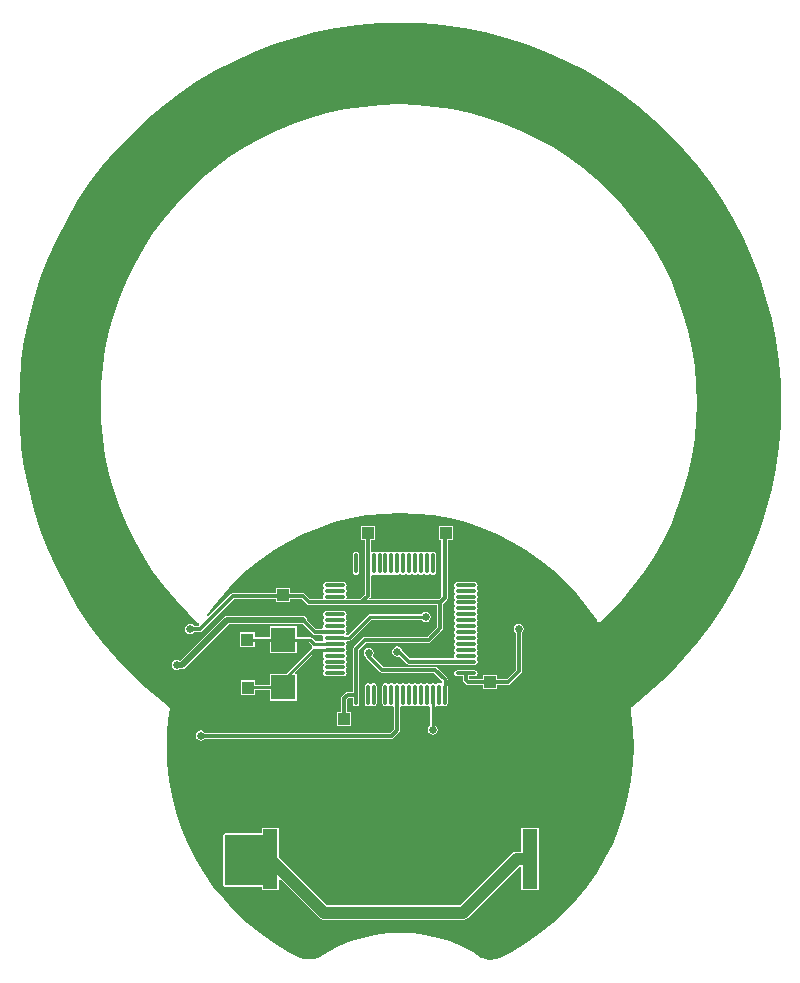
<source format=gbl>
G04*
G04 #@! TF.GenerationSoftware,Altium Limited,Altium Designer,18.1.7 (191)*
G04*
G04 Layer_Physical_Order=2*
G04 Layer_Color=16711680*
%FSLAX25Y25*%
%MOIN*%
G70*
G01*
G75*
%ADD11C,0.01000*%
%ADD15R,0.03937X0.03937*%
%ADD19R,0.05000X0.20000*%
%ADD20R,0.15590X0.15590*%
%ADD62C,0.01968*%
%ADD63C,0.01181*%
%ADD64C,0.03937*%
%ADD66C,0.02756*%
%ADD67C,0.02559*%
%ADD68R,0.03937X0.03937*%
%ADD69R,0.08071X0.08268*%
%ADD70O,0.07087X0.01181*%
%ADD71O,0.01181X0.07087*%
%ADD72R,0.16159X0.17000*%
G36*
X7124Y126853D02*
X14225Y126254D01*
X21282Y125258D01*
X28272Y123867D01*
X35173Y122087D01*
X41963Y119923D01*
X48621Y117381D01*
X55126Y114471D01*
X61458Y111199D01*
X67596Y107579D01*
X73522Y103619D01*
X79216Y99334D01*
X84661Y94736D01*
X89840Y89840D01*
X94736Y84661D01*
X99334Y79216D01*
X103619Y73522D01*
X107579Y67596D01*
X111199Y61458D01*
X114471Y55126D01*
X117381Y48621D01*
X119923Y41963D01*
X122087Y35173D01*
X123867Y28272D01*
X125258Y21282D01*
X126254Y14225D01*
X126853Y7124D01*
X127053Y0D01*
X126853Y-7124D01*
X126254Y-14225D01*
X125258Y-21282D01*
X123867Y-28272D01*
X122087Y-35173D01*
X119923Y-41963D01*
X117381Y-48621D01*
X114471Y-55126D01*
X111199Y-61458D01*
X107579Y-67596D01*
X103619Y-73522D01*
X99334Y-79216D01*
X94736Y-84661D01*
X89840Y-89840D01*
X84661Y-94736D01*
X79216Y-99334D01*
X77188Y-100860D01*
X77188Y-100860D01*
X77083Y-100967D01*
X76885Y-101265D01*
X76815Y-101616D01*
X76807Y-101766D01*
X76807D01*
X77047Y-103095D01*
X77641Y-108620D01*
X77840Y-114173D01*
X77641Y-119726D01*
X77047Y-125251D01*
X76061Y-130719D01*
X74687Y-136103D01*
X72932Y-141375D01*
X70806Y-146509D01*
X68318Y-151478D01*
X65483Y-156257D01*
X62314Y-160821D01*
X58827Y-165147D01*
X55041Y-169214D01*
X50974Y-173001D01*
X46648Y-176487D01*
X42083Y-179656D01*
X37305Y-182492D01*
X33152Y-184570D01*
X31693Y-185013D01*
X30000Y-185179D01*
X28307Y-185013D01*
X27520Y-184774D01*
D01*
X27083Y-184579D01*
X24095Y-182676D01*
X20366Y-180735D01*
X16482Y-179126D01*
X12472Y-177861D01*
X8368Y-176952D01*
X4200Y-176403D01*
X0Y-176219D01*
X-4200Y-176403D01*
X-8368Y-176952D01*
X-12472Y-177861D01*
X-16482Y-179126D01*
X-20366Y-180735D01*
X-24095Y-182676D01*
X-26772Y-184381D01*
X-26869Y-184433D01*
X-28497Y-184927D01*
X-30191Y-185094D01*
X-31884Y-184927D01*
X-33309Y-184494D01*
X-33311Y-184491D01*
X-33311Y-184491D01*
X-33311Y-184491D01*
X-37305Y-182492D01*
X-42083Y-179656D01*
X-46648Y-176487D01*
X-50974Y-173001D01*
X-55041Y-169214D01*
X-58827Y-165147D01*
X-62314Y-160821D01*
X-65483Y-156257D01*
X-68318Y-151478D01*
X-70806Y-146509D01*
X-72932Y-141375D01*
X-74687Y-136103D01*
X-76061Y-130719D01*
X-77047Y-125251D01*
X-77641Y-119726D01*
X-77840Y-114173D01*
X-77641Y-108620D01*
X-77047Y-103095D01*
X-76815Y-101807D01*
X-76815D01*
X-76808Y-101640D01*
X-76877Y-101289D01*
X-77076Y-100991D01*
X-77150Y-100888D01*
X-77150Y-100888D01*
X-79216Y-99334D01*
X-84661Y-94736D01*
X-89840Y-89840D01*
X-94736Y-84661D01*
X-99334Y-79216D01*
X-103619Y-73522D01*
X-107579Y-67596D01*
X-111199Y-61458D01*
X-114471Y-55126D01*
X-117381Y-48621D01*
X-119923Y-41963D01*
X-122087Y-35173D01*
X-123867Y-28272D01*
X-125258Y-21282D01*
X-126254Y-14225D01*
X-126853Y-7124D01*
X-127053Y0D01*
X-126853Y7124D01*
X-126254Y14225D01*
X-125258Y21282D01*
X-123867Y28272D01*
X-122087Y35173D01*
X-119923Y41963D01*
X-117381Y48621D01*
X-114471Y55126D01*
X-111199Y61458D01*
X-107579Y67596D01*
X-103619Y73522D01*
X-99334Y79216D01*
X-94736Y84661D01*
X-89840Y89840D01*
X-84661Y94736D01*
X-79216Y99334D01*
X-73522Y103619D01*
X-67596Y107579D01*
X-61458Y111199D01*
X-55126Y114471D01*
X-48621Y117381D01*
X-41963Y119923D01*
X-35173Y122087D01*
X-28272Y123867D01*
X-21282Y125258D01*
X-14225Y126254D01*
X-7124Y126853D01*
X0Y127053D01*
X7124Y126853D01*
D02*
G37*
%LPC*%
G36*
X-14764Y-49187D02*
X-15150Y-49264D01*
X-15478Y-49483D01*
X-15697Y-49810D01*
X-15774Y-50197D01*
Y-56102D01*
X-15697Y-56489D01*
X-15478Y-56817D01*
X-15150Y-57035D01*
X-14764Y-57112D01*
X-14377Y-57035D01*
X-14050Y-56817D01*
X-13831Y-56489D01*
X-13754Y-56102D01*
Y-50197D01*
X-13831Y-49810D01*
X-14050Y-49483D01*
X-14377Y-49264D01*
X-14764Y-49187D01*
D02*
G37*
G36*
X-500Y99871D02*
X-6500Y99689D01*
X-12478Y99146D01*
X-18412Y98243D01*
X-24281Y96983D01*
X-30063Y95371D01*
X-35737Y93413D01*
X-41283Y91116D01*
X-46680Y88488D01*
X-51908Y85539D01*
X-56949Y82280D01*
X-61784Y78723D01*
X-66395Y74880D01*
X-70766Y70766D01*
X-74880Y66395D01*
X-78723Y61784D01*
X-82280Y56949D01*
X-85539Y51908D01*
X-88488Y46680D01*
X-91116Y41283D01*
X-93413Y35737D01*
X-95371Y30063D01*
X-96983Y24281D01*
X-98243Y18412D01*
X-99146Y12478D01*
X-99689Y6500D01*
X-99871Y500D01*
X-99689Y-5500D01*
X-99146Y-11478D01*
X-98243Y-17412D01*
X-96983Y-23281D01*
X-95371Y-29063D01*
X-93413Y-34737D01*
X-91116Y-40283D01*
X-88488Y-45680D01*
X-85539Y-50908D01*
X-82280Y-55949D01*
X-78723Y-60784D01*
X-74880Y-65395D01*
X-70766Y-69766D01*
X-67458Y-72879D01*
X-67370Y-73010D01*
X-67164Y-73148D01*
X-67071Y-73630D01*
X-67069Y-73685D01*
X-67321Y-73990D01*
X-68655D01*
X-68789Y-73789D01*
X-69345Y-73418D01*
X-70000Y-73288D01*
X-70655Y-73418D01*
X-71211Y-73789D01*
X-71582Y-74345D01*
X-71712Y-75000D01*
X-71582Y-75655D01*
X-71211Y-76211D01*
X-70655Y-76582D01*
X-70000Y-76712D01*
X-69345Y-76582D01*
X-68789Y-76211D01*
X-68655Y-76010D01*
X-66748D01*
X-66361Y-75933D01*
X-66034Y-75714D01*
X-55391Y-65071D01*
X-41368D01*
Y-66018D01*
X-36632D01*
Y-65071D01*
X-32857D01*
X-31072Y-66856D01*
X-30745Y-67075D01*
X-30358Y-67152D01*
X12348D01*
Y-74223D01*
X9054Y-77518D01*
X-11669D01*
X-12056Y-77595D01*
X-12383Y-77813D01*
X-15478Y-80908D01*
X-15697Y-81235D01*
X-15774Y-81622D01*
Y-93898D01*
Y-95840D01*
X-17500D01*
X-17887Y-95917D01*
X-18214Y-96136D01*
X-19364Y-97286D01*
X-19583Y-97614D01*
X-19660Y-98000D01*
Y-102631D01*
X-21018D01*
Y-107369D01*
X-16281D01*
Y-102631D01*
X-17640D01*
Y-98418D01*
X-17082Y-97860D01*
X-15774D01*
Y-99803D01*
X-15697Y-100190D01*
X-15478Y-100517D01*
X-15150Y-100736D01*
X-14764Y-100813D01*
X-14377Y-100736D01*
X-14050Y-100517D01*
X-13831Y-100190D01*
X-13754Y-99803D01*
Y-93898D01*
Y-82040D01*
X-11251Y-79537D01*
X9472D01*
X9859Y-79461D01*
X10187Y-79242D01*
X14072Y-75356D01*
X14291Y-75028D01*
X14368Y-74642D01*
Y-66560D01*
X15478Y-65450D01*
X15697Y-65123D01*
X15774Y-64736D01*
Y-53150D01*
Y-50197D01*
Y-45453D01*
X17518D01*
Y-40716D01*
X12781D01*
Y-45453D01*
X13754D01*
Y-50197D01*
Y-53150D01*
Y-56102D01*
Y-64318D01*
X12940Y-65132D01*
X-10050D01*
X-10242Y-64670D01*
X-10113Y-64541D01*
X-9894Y-64213D01*
X-9817Y-63827D01*
Y-57255D01*
X-9317Y-56987D01*
X-9245Y-57035D01*
X-8858Y-57112D01*
X-8472Y-57035D01*
X-8144Y-56817D01*
X-7604D01*
X-7276Y-57035D01*
X-6890Y-57112D01*
X-6503Y-57035D01*
X-6176Y-56817D01*
X-5635D01*
X-5308Y-57035D01*
X-4921Y-57112D01*
X-4535Y-57035D01*
X-4207Y-56817D01*
X-3667D01*
X-3339Y-57035D01*
X-2953Y-57112D01*
X-2566Y-57035D01*
X-2239Y-56817D01*
X-1698D01*
X-1371Y-57035D01*
X-984Y-57112D01*
X-598Y-57035D01*
X-270Y-56817D01*
X270D01*
X598Y-57035D01*
X984Y-57112D01*
X1371Y-57035D01*
X1698Y-56817D01*
X2239D01*
X2566Y-57035D01*
X2953Y-57112D01*
X3339Y-57035D01*
X3667Y-56817D01*
X4207D01*
X4535Y-57035D01*
X4921Y-57112D01*
X5308Y-57035D01*
X5635Y-56817D01*
X6176D01*
X6503Y-57035D01*
X6890Y-57112D01*
X7276Y-57035D01*
X7604Y-56817D01*
X8144D01*
X8472Y-57035D01*
X8858Y-57112D01*
X9245Y-57035D01*
X9572Y-56817D01*
X10113D01*
X10440Y-57035D01*
X10827Y-57112D01*
X11213Y-57035D01*
X11541Y-56817D01*
X11760Y-56489D01*
X11837Y-56102D01*
Y-50197D01*
X11760Y-49810D01*
X11541Y-49483D01*
X11213Y-49264D01*
X10827Y-49187D01*
X10440Y-49264D01*
X10113Y-49483D01*
X9572D01*
X9245Y-49264D01*
X8858Y-49187D01*
X8472Y-49264D01*
X8144Y-49483D01*
X7604D01*
X7276Y-49264D01*
X6890Y-49187D01*
X6503Y-49264D01*
X6176Y-49483D01*
X5635D01*
X5308Y-49264D01*
X4921Y-49187D01*
X4535Y-49264D01*
X4207Y-49483D01*
X3667D01*
X3339Y-49264D01*
X2953Y-49187D01*
X2566Y-49264D01*
X2239Y-49483D01*
X1698D01*
X1371Y-49264D01*
X984Y-49187D01*
X598Y-49264D01*
X270Y-49483D01*
X-270D01*
X-598Y-49264D01*
X-984Y-49187D01*
X-1371Y-49264D01*
X-1698Y-49483D01*
X-2239D01*
X-2566Y-49264D01*
X-2953Y-49187D01*
X-3339Y-49264D01*
X-3667Y-49483D01*
X-4207D01*
X-4535Y-49264D01*
X-4921Y-49187D01*
X-5308Y-49264D01*
X-5635Y-49483D01*
X-6176D01*
X-6503Y-49264D01*
X-6890Y-49187D01*
X-7276Y-49264D01*
X-7604Y-49483D01*
X-8144D01*
X-8472Y-49264D01*
X-8858Y-49187D01*
X-9245Y-49264D01*
X-9317Y-49312D01*
X-9817Y-49045D01*
Y-45234D01*
X-8482D01*
Y-40497D01*
X-13219D01*
Y-45234D01*
X-11837D01*
Y-50197D01*
Y-53150D01*
Y-56102D01*
Y-63408D01*
X-13560Y-65132D01*
X-17745D01*
X-18013Y-64632D01*
X-17965Y-64560D01*
X-17888Y-64173D01*
X-17965Y-63787D01*
X-18183Y-63459D01*
Y-62919D01*
X-17965Y-62591D01*
X-17888Y-62205D01*
X-17965Y-61818D01*
X-18183Y-61491D01*
Y-60950D01*
X-17965Y-60623D01*
X-17888Y-60236D01*
X-17965Y-59850D01*
X-18183Y-59522D01*
X-18511Y-59303D01*
X-18898Y-59226D01*
X-24803D01*
X-25190Y-59303D01*
X-25517Y-59522D01*
X-25736Y-59850D01*
X-25813Y-60236D01*
X-25736Y-60623D01*
X-25517Y-60950D01*
Y-61491D01*
X-25736Y-61818D01*
X-25813Y-62205D01*
X-25736Y-62591D01*
X-25517Y-62919D01*
Y-63459D01*
X-25736Y-63787D01*
X-25813Y-64173D01*
X-25736Y-64560D01*
X-25688Y-64632D01*
X-25955Y-65132D01*
X-29940D01*
X-31725Y-63347D01*
X-32052Y-63128D01*
X-32439Y-63051D01*
X-36632D01*
Y-61281D01*
X-41368D01*
Y-63051D01*
X-55809D01*
X-56195Y-63128D01*
X-56523Y-63347D01*
X-63985Y-70809D01*
X-64370Y-70487D01*
X-62314Y-67526D01*
X-58827Y-63199D01*
X-55041Y-59132D01*
X-50974Y-55346D01*
X-46648Y-51859D01*
X-42083Y-48690D01*
X-37305Y-45855D01*
X-32336Y-43368D01*
X-27202Y-41241D01*
X-21930Y-39487D01*
X-16546Y-38112D01*
X-11078Y-37126D01*
X-5553Y-36532D01*
X0Y-36334D01*
X5553Y-36532D01*
X11078Y-37126D01*
X16546Y-38112D01*
X21930Y-39487D01*
X27202Y-41241D01*
X32336Y-43368D01*
X37305Y-45855D01*
X42083Y-48690D01*
X46648Y-51859D01*
X50974Y-55346D01*
X55041Y-59132D01*
X58827Y-63199D01*
X62314Y-67526D01*
X65483Y-72090D01*
X65566Y-72231D01*
X65571Y-72227D01*
X65681Y-72391D01*
X65978Y-72590D01*
X66330Y-72660D01*
X66596Y-72607D01*
X66681Y-72590D01*
X66735Y-72554D01*
X66738Y-72553D01*
X67006Y-72374D01*
X67001Y-72368D01*
X69766Y-69766D01*
X73880Y-65395D01*
X77723Y-60784D01*
X81280Y-55949D01*
X84539Y-50908D01*
X87488Y-45680D01*
X90116Y-40283D01*
X92413Y-34737D01*
X94371Y-29063D01*
X95983Y-23281D01*
X97243Y-17412D01*
X98146Y-11478D01*
X98689Y-5500D01*
X98870Y500D01*
X98689Y6500D01*
X98146Y12478D01*
X97243Y18412D01*
X95983Y24281D01*
X94371Y30063D01*
X92413Y35737D01*
X90116Y41283D01*
X87488Y46680D01*
X84539Y51908D01*
X81280Y56949D01*
X77723Y61784D01*
X73880Y66395D01*
X69766Y70766D01*
X65395Y74880D01*
X60784Y78723D01*
X55949Y82280D01*
X50908Y85539D01*
X45680Y88488D01*
X40283Y91116D01*
X34737Y93413D01*
X29063Y95371D01*
X23281Y96983D01*
X17412Y98243D01*
X11478Y99146D01*
X5500Y99689D01*
X-500Y99871D01*
D02*
G37*
G36*
X-18898Y-69069D02*
X-24803D01*
X-25190Y-69146D01*
X-25517Y-69365D01*
X-25736Y-69692D01*
X-25813Y-70079D01*
X-25736Y-70465D01*
X-25517Y-70793D01*
Y-71333D01*
X-25736Y-71661D01*
X-25813Y-72047D01*
X-25736Y-72434D01*
X-25517Y-72761D01*
Y-73302D01*
X-25736Y-73629D01*
X-25813Y-74016D01*
X-25736Y-74402D01*
X-25688Y-74474D01*
X-25955Y-74974D01*
X-28097D01*
X-31093Y-71979D01*
X-31196Y-71460D01*
X-31502Y-71002D01*
X-31960Y-70696D01*
X-32500Y-70589D01*
X-57582D01*
X-58122Y-70696D01*
X-58580Y-71002D01*
X-73167Y-85589D01*
X-73589D01*
X-73845Y-85418D01*
X-74500Y-85288D01*
X-75155Y-85418D01*
X-75711Y-85789D01*
X-76082Y-86345D01*
X-76212Y-87000D01*
X-76082Y-87655D01*
X-75711Y-88211D01*
X-75155Y-88582D01*
X-74500Y-88712D01*
X-73845Y-88582D01*
X-73589Y-88411D01*
X-72582D01*
X-72042Y-88304D01*
X-71584Y-87998D01*
X-56998Y-73411D01*
X-32517D01*
X-29230Y-76698D01*
X-28902Y-76917D01*
X-28516Y-76994D01*
X-25955D01*
X-25688Y-77494D01*
X-25736Y-77566D01*
X-25813Y-77953D01*
X-25736Y-78339D01*
X-25626Y-78504D01*
X-25842Y-78998D01*
X-25848Y-79004D01*
X-28226D01*
X-29351Y-77879D01*
X-29649Y-77680D01*
X-30000Y-77610D01*
X-34565D01*
Y-73994D01*
X-43435D01*
Y-77610D01*
X-48560D01*
Y-76131D01*
X-53297D01*
Y-80869D01*
X-48560D01*
Y-79445D01*
X-43435D01*
Y-83061D01*
X-34565D01*
Y-79445D01*
X-30380D01*
X-29284Y-80541D01*
X-29271Y-80691D01*
X-29345Y-81112D01*
X-29539Y-81241D01*
X-38236Y-89939D01*
X-43435D01*
Y-93555D01*
X-48482D01*
Y-92132D01*
X-53219D01*
Y-96868D01*
X-48482D01*
Y-95390D01*
X-43435D01*
Y-99006D01*
X-34565D01*
Y-89939D01*
X-34988D01*
X-35179Y-89477D01*
X-28510Y-82807D01*
X-25848D01*
X-25842Y-82813D01*
X-25626Y-83307D01*
X-25736Y-83472D01*
X-25813Y-83858D01*
X-25736Y-84245D01*
X-25517Y-84572D01*
Y-85113D01*
X-25736Y-85440D01*
X-25813Y-85827D01*
X-25736Y-86213D01*
X-25517Y-86541D01*
Y-87081D01*
X-25736Y-87409D01*
X-25813Y-87795D01*
X-25736Y-88182D01*
X-25517Y-88509D01*
Y-89050D01*
X-25736Y-89377D01*
X-25813Y-89764D01*
X-25736Y-90150D01*
X-25517Y-90478D01*
X-25190Y-90697D01*
X-24803Y-90774D01*
X-18898D01*
X-18511Y-90697D01*
X-18183Y-90478D01*
X-17965Y-90150D01*
X-17888Y-89764D01*
X-17965Y-89377D01*
X-18183Y-89050D01*
Y-88509D01*
X-17965Y-88182D01*
X-17888Y-87795D01*
X-17965Y-87409D01*
X-18183Y-87081D01*
Y-86541D01*
X-17965Y-86213D01*
X-17888Y-85827D01*
X-17965Y-85440D01*
X-18183Y-85113D01*
Y-84572D01*
X-17965Y-84245D01*
X-17888Y-83858D01*
X-17965Y-83472D01*
X-18183Y-83144D01*
Y-82604D01*
X-17965Y-82276D01*
X-17888Y-81890D01*
X-17965Y-81503D01*
X-18183Y-81176D01*
Y-80635D01*
X-17965Y-80308D01*
X-17888Y-79921D01*
X-17965Y-79535D01*
X-18074Y-79370D01*
X-17858Y-78876D01*
X-17853Y-78870D01*
X-16953D01*
X-16602Y-78800D01*
X-16304Y-78602D01*
X-9620Y-71918D01*
X7093D01*
X7289Y-72211D01*
X7845Y-72582D01*
X8500Y-72712D01*
X9155Y-72582D01*
X9711Y-72211D01*
X10082Y-71655D01*
X10212Y-71000D01*
X10082Y-70345D01*
X9711Y-69789D01*
X9155Y-69418D01*
X8500Y-69288D01*
X7845Y-69418D01*
X7289Y-69789D01*
X7093Y-70082D01*
X-10000D01*
X-10351Y-70152D01*
X-10649Y-70351D01*
X-17333Y-77035D01*
X-17853D01*
X-17858Y-77030D01*
X-18074Y-76535D01*
X-17965Y-76371D01*
X-17888Y-75984D01*
X-17965Y-75598D01*
X-18183Y-75270D01*
Y-74730D01*
X-17965Y-74402D01*
X-17888Y-74016D01*
X-17965Y-73629D01*
X-18183Y-73302D01*
Y-72761D01*
X-17965Y-72434D01*
X-17888Y-72047D01*
X-17965Y-71661D01*
X-18183Y-71333D01*
Y-70793D01*
X-17965Y-70465D01*
X-17888Y-70079D01*
X-17965Y-69692D01*
X-18183Y-69365D01*
X-18511Y-69146D01*
X-18898Y-69069D01*
D02*
G37*
G36*
X24803Y-59226D02*
X18898D01*
X18511Y-59303D01*
X18183Y-59522D01*
X17965Y-59850D01*
X17888Y-60236D01*
X17965Y-60623D01*
X18183Y-60950D01*
Y-61491D01*
X17965Y-61818D01*
X17888Y-62205D01*
X17965Y-62591D01*
X18183Y-62919D01*
Y-63459D01*
X17965Y-63787D01*
X17888Y-64173D01*
X17965Y-64560D01*
X18183Y-64887D01*
Y-65428D01*
X17965Y-65755D01*
X17888Y-66142D01*
X17965Y-66528D01*
X18183Y-66856D01*
Y-67396D01*
X17965Y-67724D01*
X17888Y-68110D01*
X17965Y-68497D01*
X18183Y-68824D01*
Y-69365D01*
X17965Y-69692D01*
X17888Y-70079D01*
X17965Y-70465D01*
X18183Y-70793D01*
Y-71333D01*
X17965Y-71661D01*
X17888Y-72047D01*
X17965Y-72434D01*
X18183Y-72761D01*
Y-73302D01*
X17965Y-73629D01*
X17888Y-74016D01*
X17965Y-74402D01*
X18183Y-74730D01*
Y-75270D01*
X17965Y-75598D01*
X17888Y-75984D01*
X17965Y-76371D01*
X18183Y-76698D01*
Y-77239D01*
X17965Y-77566D01*
X17888Y-77953D01*
X17965Y-78339D01*
X18183Y-78667D01*
Y-79207D01*
X17965Y-79535D01*
X17888Y-79921D01*
X17965Y-80308D01*
X18183Y-80635D01*
Y-81176D01*
X17965Y-81503D01*
X17888Y-81890D01*
X17965Y-82276D01*
X18183Y-82604D01*
Y-83144D01*
X17965Y-83472D01*
X17888Y-83858D01*
X17965Y-84245D01*
X18013Y-84317D01*
X17745Y-84817D01*
X3242D01*
X660Y-82234D01*
X582Y-81845D01*
X211Y-81289D01*
X-345Y-80918D01*
X-1000Y-80788D01*
X-1655Y-80918D01*
X-2211Y-81289D01*
X-2582Y-81845D01*
X-2712Y-82500D01*
X-2582Y-83155D01*
X-2211Y-83711D01*
X-1655Y-84082D01*
X-1000Y-84212D01*
X-348Y-84083D01*
X2110Y-86541D01*
X2437Y-86760D01*
X2824Y-86837D01*
X24803D01*
X25190Y-86760D01*
X25517Y-86541D01*
X25736Y-86213D01*
X25813Y-85827D01*
X25736Y-85440D01*
X25517Y-85113D01*
Y-84572D01*
X25736Y-84245D01*
X25813Y-83858D01*
X25736Y-83472D01*
X25517Y-83144D01*
Y-82604D01*
X25736Y-82276D01*
X25813Y-81890D01*
X25736Y-81503D01*
X25517Y-81176D01*
Y-80635D01*
X25736Y-80308D01*
X25813Y-79921D01*
X25736Y-79535D01*
X25517Y-79207D01*
Y-78667D01*
X25736Y-78339D01*
X25813Y-77953D01*
X25736Y-77566D01*
X25517Y-77239D01*
Y-76698D01*
X25736Y-76371D01*
X25813Y-75984D01*
X25736Y-75598D01*
X25517Y-75270D01*
Y-74730D01*
X25736Y-74402D01*
X25813Y-74016D01*
X25736Y-73629D01*
X25517Y-73302D01*
Y-72761D01*
X25736Y-72434D01*
X25813Y-72047D01*
X25736Y-71661D01*
X25517Y-71333D01*
Y-70793D01*
X25736Y-70465D01*
X25813Y-70079D01*
X25736Y-69692D01*
X25517Y-69365D01*
Y-68824D01*
X25736Y-68497D01*
X25813Y-68110D01*
X25736Y-67724D01*
X25517Y-67396D01*
Y-66856D01*
X25736Y-66528D01*
X25813Y-66142D01*
X25736Y-65755D01*
X25517Y-65428D01*
Y-64887D01*
X25736Y-64560D01*
X25813Y-64173D01*
X25736Y-63787D01*
X25517Y-63459D01*
Y-62919D01*
X25736Y-62591D01*
X25813Y-62205D01*
X25736Y-61818D01*
X25517Y-61491D01*
Y-60950D01*
X25736Y-60623D01*
X25813Y-60236D01*
X25736Y-59850D01*
X25517Y-59522D01*
X25190Y-59303D01*
X24803Y-59226D01*
D02*
G37*
G36*
X39500Y-73288D02*
X38845Y-73418D01*
X38289Y-73789D01*
X37918Y-74345D01*
X37788Y-75000D01*
X37918Y-75655D01*
X38289Y-76211D01*
X38490Y-76345D01*
Y-88582D01*
X35432Y-91640D01*
X32368D01*
Y-90281D01*
X27632D01*
Y-91640D01*
X23068D01*
X22860Y-91432D01*
Y-90774D01*
X24803D01*
X25190Y-90697D01*
X25517Y-90478D01*
X25736Y-90150D01*
X25813Y-89764D01*
X25736Y-89377D01*
X25517Y-89050D01*
X25190Y-88831D01*
X24803Y-88754D01*
X18898D01*
X18511Y-88831D01*
X18183Y-89050D01*
X17965Y-89377D01*
X17888Y-89764D01*
X17965Y-90150D01*
X18183Y-90478D01*
X18511Y-90697D01*
X18898Y-90774D01*
X20840D01*
Y-91850D01*
X20917Y-92237D01*
X21136Y-92564D01*
X21936Y-93364D01*
X22263Y-93583D01*
X22650Y-93660D01*
X27632D01*
Y-95018D01*
X32368D01*
Y-93660D01*
X35850D01*
X36237Y-93583D01*
X36565Y-93364D01*
X40214Y-89714D01*
X40433Y-89386D01*
X40510Y-89000D01*
Y-76345D01*
X40711Y-76211D01*
X41082Y-75655D01*
X41212Y-75000D01*
X41082Y-74345D01*
X40711Y-73789D01*
X40155Y-73418D01*
X39500Y-73288D01*
D02*
G37*
G36*
X-10500Y-81288D02*
X-11155Y-81418D01*
X-11711Y-81789D01*
X-12082Y-82345D01*
X-12212Y-83000D01*
X-12082Y-83655D01*
X-11711Y-84211D01*
X-11473Y-84370D01*
X-11433Y-84571D01*
X-11214Y-84899D01*
X-6899Y-89214D01*
X-6572Y-89433D01*
X-6185Y-89510D01*
X11082D01*
X13846Y-92274D01*
Y-92853D01*
X13841Y-92858D01*
X13346Y-93074D01*
X13182Y-92965D01*
X12795Y-92888D01*
X12409Y-92965D01*
X12081Y-93183D01*
X11541D01*
X11213Y-92965D01*
X10827Y-92888D01*
X10440Y-92965D01*
X10113Y-93183D01*
X9572D01*
X9245Y-92965D01*
X8858Y-92888D01*
X8472Y-92965D01*
X8144Y-93183D01*
X7604D01*
X7276Y-92965D01*
X6890Y-92888D01*
X6503Y-92965D01*
X6176Y-93183D01*
X5635D01*
X5308Y-92965D01*
X4921Y-92888D01*
X4535Y-92965D01*
X4207Y-93183D01*
X3667D01*
X3339Y-92965D01*
X2953Y-92888D01*
X2566Y-92965D01*
X2239Y-93183D01*
X1698D01*
X1371Y-92965D01*
X984Y-92888D01*
X598Y-92965D01*
X270Y-93183D01*
X-270D01*
X-598Y-92965D01*
X-984Y-92888D01*
X-1371Y-92965D01*
X-1698Y-93183D01*
X-2239D01*
X-2566Y-92965D01*
X-2953Y-92888D01*
X-3339Y-92965D01*
X-3667Y-93183D01*
X-4207D01*
X-4535Y-92965D01*
X-4921Y-92888D01*
X-5308Y-92965D01*
X-5635Y-93183D01*
X-5854Y-93511D01*
X-5931Y-93898D01*
Y-99803D01*
X-5854Y-100190D01*
X-5635Y-100517D01*
X-5308Y-100736D01*
X-4921Y-100813D01*
X-4535Y-100736D01*
X-4207Y-100517D01*
X-3667D01*
X-3339Y-100736D01*
X-2953Y-100813D01*
X-2566Y-100736D01*
X-2494Y-100688D01*
X-1994Y-100955D01*
Y-108323D01*
X-3161Y-109490D01*
X-65155D01*
X-65289Y-109289D01*
X-65845Y-108918D01*
X-66500Y-108788D01*
X-67155Y-108918D01*
X-67711Y-109289D01*
X-68082Y-109845D01*
X-68212Y-110500D01*
X-68082Y-111155D01*
X-67711Y-111711D01*
X-67155Y-112082D01*
X-66500Y-112212D01*
X-65845Y-112082D01*
X-65289Y-111711D01*
X-65155Y-111510D01*
X-2743D01*
X-2356Y-111433D01*
X-2028Y-111214D01*
X-270Y-109456D01*
X-51Y-109128D01*
X26Y-108742D01*
Y-100955D01*
X526Y-100688D01*
X598Y-100736D01*
X984Y-100813D01*
X1371Y-100736D01*
X1698Y-100517D01*
X2239D01*
X2566Y-100736D01*
X2953Y-100813D01*
X3339Y-100736D01*
X3667Y-100517D01*
X4207D01*
X4535Y-100736D01*
X4921Y-100813D01*
X5308Y-100736D01*
X5635Y-100517D01*
X6176D01*
X6503Y-100736D01*
X6890Y-100813D01*
X7276Y-100736D01*
X7604Y-100517D01*
X8144D01*
X8472Y-100736D01*
X8858Y-100813D01*
X9245Y-100736D01*
X9409Y-100626D01*
X9904Y-100842D01*
X9909Y-100848D01*
Y-107093D01*
X9616Y-107289D01*
X9245Y-107845D01*
X9114Y-108500D01*
X9245Y-109155D01*
X9616Y-109711D01*
X10171Y-110082D01*
X10827Y-110212D01*
X11482Y-110082D01*
X12038Y-109711D01*
X12409Y-109155D01*
X12539Y-108500D01*
X12409Y-107845D01*
X12038Y-107289D01*
X11744Y-107093D01*
Y-100848D01*
X11750Y-100842D01*
X12244Y-100626D01*
X12409Y-100736D01*
X12795Y-100813D01*
X13182Y-100736D01*
X13509Y-100517D01*
X14050D01*
X14377Y-100736D01*
X14764Y-100813D01*
X15150Y-100736D01*
X15478Y-100517D01*
X15697Y-100190D01*
X15774Y-99803D01*
Y-93898D01*
X15697Y-93511D01*
X15681Y-93488D01*
Y-92173D01*
X15697Y-92150D01*
X15774Y-91764D01*
X15697Y-91377D01*
X15478Y-91050D01*
X12214Y-87786D01*
X11886Y-87567D01*
X11500Y-87490D01*
X-5767D01*
X-9192Y-84065D01*
X-8918Y-83655D01*
X-8788Y-83000D01*
X-8918Y-82345D01*
X-9289Y-81789D01*
X-9845Y-81418D01*
X-10500Y-81288D01*
D02*
G37*
G36*
X-8858Y-92888D02*
X-9245Y-92965D01*
X-9572Y-93183D01*
X-10113D01*
X-10440Y-92965D01*
X-10827Y-92888D01*
X-11213Y-92965D01*
X-11541Y-93183D01*
X-11760Y-93511D01*
X-11837Y-93898D01*
Y-99803D01*
X-11760Y-100190D01*
X-11541Y-100517D01*
X-11213Y-100736D01*
X-10827Y-100813D01*
X-10440Y-100736D01*
X-10113Y-100517D01*
X-9572D01*
X-9245Y-100736D01*
X-8858Y-100813D01*
X-8472Y-100736D01*
X-8144Y-100517D01*
X-7925Y-100190D01*
X-7848Y-99803D01*
Y-93898D01*
X-7925Y-93511D01*
X-8144Y-93183D01*
X-8472Y-92965D01*
X-8858Y-92888D01*
D02*
G37*
G36*
X46148Y-141175D02*
X40348D01*
Y-149160D01*
X38776D01*
X37851Y-149344D01*
X37068Y-149867D01*
X19850Y-167085D01*
X-24323D01*
X-40348Y-151060D01*
Y-141175D01*
X-46148D01*
Y-143067D01*
X-58500D01*
X-58806Y-143194D01*
X-58933Y-143500D01*
Y-160500D01*
X-58806Y-160806D01*
X-58500Y-160933D01*
X-46148D01*
Y-161975D01*
X-40348D01*
Y-158543D01*
X-39886Y-158352D01*
X-27030Y-171208D01*
X-26247Y-171731D01*
X-25323Y-171915D01*
X20850D01*
X21775Y-171731D01*
X22558Y-171208D01*
X39776Y-153990D01*
X40348D01*
Y-161975D01*
X46148D01*
Y-141175D01*
D02*
G37*
%LPD*%
D11*
X-10000Y-71000D02*
X8500D01*
X-16953Y-77953D02*
X-10000Y-71000D01*
X-21850Y-77953D02*
X-16953D01*
X10827Y-108500D02*
Y-96850D01*
X14764D02*
Y-91764D01*
X-52031Y-94500D02*
X-52004Y-94472D01*
X-39000D01*
X-52109Y-78500D02*
X-52082Y-78528D01*
X-39000D01*
Y-92000D02*
X-28890Y-81890D01*
X-39000Y-94472D02*
Y-92000D01*
X-28890Y-81890D02*
X-21850D01*
X-39000Y-78528D02*
X-30000D01*
X-28606Y-79921D01*
X-21850D01*
D15*
X-50928Y-78500D02*
D03*
X-57227D02*
D03*
X-50850Y-94500D02*
D03*
X-57150D02*
D03*
X-12350Y-105000D02*
D03*
X-18650D02*
D03*
X8850Y-43084D02*
D03*
X15150D02*
D03*
X-17150Y-42865D02*
D03*
X-10850D02*
D03*
D19*
X-43248Y-151575D02*
D03*
X43248D02*
D03*
D20*
X0D02*
D03*
D62*
X-57582Y-72000D02*
X-32500D01*
X-72582Y-87000D02*
X-57582Y-72000D01*
X-74500Y-87000D02*
X-72582D01*
D63*
X13358Y-74642D02*
Y-66142D01*
X9472Y-78528D02*
X13358Y-74642D01*
X-11669Y-78528D02*
X9472D01*
X-14764Y-81622D02*
X-11669Y-78528D01*
X-14764Y-96850D02*
Y-81622D01*
X-70000Y-75000D02*
X-66748D01*
X-32500Y-72000D02*
X-28516Y-75984D01*
X-21850D01*
X-66748Y-75000D02*
X-55809Y-64061D01*
X-66500Y-110500D02*
X-2743D01*
X-984Y-108742D01*
Y-96850D01*
X-21850Y-66142D02*
X-13142D01*
X14764Y-64736D02*
Y-53150D01*
X13358Y-66142D02*
X14764Y-64736D01*
X-13142Y-66142D02*
X13358D01*
X-10827Y-63827D02*
Y-53150D01*
X-13142Y-66142D02*
X-10827Y-63827D01*
X39500Y-89000D02*
Y-75000D01*
X35850Y-92650D02*
X39500Y-89000D01*
X30000Y-92650D02*
X35850D01*
X-1000Y-96866D02*
X-984Y-96850D01*
X-10500Y-84185D02*
Y-83000D01*
Y-84185D02*
X-6185Y-88500D01*
X11500D01*
X14764Y-91764D01*
X-1000Y-82500D02*
X-503D01*
X2824Y-85827D01*
X21850D01*
X22650Y-92650D02*
X30000D01*
X21850Y-91850D02*
X22650Y-92650D01*
X21850Y-91850D02*
Y-89764D01*
X14764Y-43470D02*
X15150Y-43084D01*
X14764Y-53150D02*
Y-43470D01*
X-10850Y-42865D02*
X-10827Y-42889D01*
Y-53150D02*
Y-42889D01*
X-55809Y-64061D02*
X-32439D01*
X-30358Y-66142D01*
X-21850D01*
X-18650Y-105000D02*
Y-98000D01*
X-17500Y-96850D01*
X-14764D01*
D64*
X38776Y-151575D02*
X43248D01*
X20850Y-169500D02*
X38776Y-151575D01*
X-25323Y-169500D02*
X20850D01*
X-43248Y-151575D02*
X-25323Y-169500D01*
X-43323Y-151500D02*
X-43248Y-151575D01*
D66*
X6176Y-157000D02*
D03*
X588D02*
D03*
X-5000D02*
D03*
Y-151500D02*
D03*
X588D02*
D03*
X6176D02*
D03*
X6176Y-146000D02*
D03*
X434D02*
D03*
X-5308D02*
D03*
X-74000Y-100813D02*
D03*
X-74687Y-105500D02*
D03*
X-74500Y-110500D02*
D03*
X-74687Y-115500D02*
D03*
X-74500Y-121000D02*
D03*
X-74687Y-127000D02*
D03*
X-74000Y-132000D02*
D03*
X-72071Y-138000D02*
D03*
X-69500Y-143500D02*
D03*
X-67458Y-149000D02*
D03*
X-64370Y-153500D02*
D03*
X-61000Y-158543D02*
D03*
X-56046Y-164500D02*
D03*
X-52000Y-168000D02*
D03*
X-49000Y-171000D02*
D03*
X-46000Y-174000D02*
D03*
X-41000Y-176952D02*
D03*
X-36500Y-179656D02*
D03*
X-31500Y-181500D02*
D03*
X-26772Y-181000D02*
D03*
X-22000Y-179126D02*
D03*
X-17500Y-177000D02*
D03*
X-12500Y-175500D02*
D03*
X-7500Y-174000D02*
D03*
X-1000Y-173500D02*
D03*
X4535Y-174000D02*
D03*
X9409Y-175000D02*
D03*
X14500Y-176403D02*
D03*
X19000Y-177500D02*
D03*
X23068Y-180000D02*
D03*
X28000Y-182000D02*
D03*
X33000D02*
D03*
X38000Y-179500D02*
D03*
X43248Y-176000D02*
D03*
X48000Y-173000D02*
D03*
X53000Y-169000D02*
D03*
X57000Y-164500D02*
D03*
X60500Y-160000D02*
D03*
X64500Y-155000D02*
D03*
X67000Y-149867D02*
D03*
X69753Y-145000D02*
D03*
X71424Y-140000D02*
D03*
X72932Y-135000D02*
D03*
X74598Y-130000D02*
D03*
X75000Y-125251D02*
D03*
X76000Y-119726D02*
D03*
Y-115000D02*
D03*
X76096Y-110082D02*
D03*
X75500Y-105000D02*
D03*
X75000Y-100000D02*
D03*
X79500Y-97286D02*
D03*
X84500Y-92500D02*
D03*
X89840Y-87000D02*
D03*
X94736Y-82000D02*
D03*
X98870Y-77500D02*
D03*
X102500Y-72211D02*
D03*
X105500Y-67526D02*
D03*
X108500Y-62500D02*
D03*
X111000Y-57500D02*
D03*
X114000Y-52500D02*
D03*
X116000Y-47596D02*
D03*
X118000Y-42500D02*
D03*
X119923Y-37500D02*
D03*
X121000Y-32500D02*
D03*
X122087Y-27500D02*
D03*
X123000Y-22500D02*
D03*
X124000Y-17412D02*
D03*
X125000Y-12500D02*
D03*
Y-7356D02*
D03*
Y-2500D02*
D03*
Y2000D02*
D03*
X124500Y7500D02*
D03*
Y12500D02*
D03*
X124000Y17467D02*
D03*
X123000Y22500D02*
D03*
X122000Y27500D02*
D03*
X121000Y32500D02*
D03*
X119500Y37500D02*
D03*
X117500Y42500D02*
D03*
X115500Y47500D02*
D03*
X113500Y52500D02*
D03*
X111199Y57500D02*
D03*
X108000Y63000D02*
D03*
X104500Y69000D02*
D03*
X100000Y75000D02*
D03*
X95000Y80936D02*
D03*
X90000Y87000D02*
D03*
X85000Y92000D02*
D03*
X79936Y96000D02*
D03*
X75000Y100000D02*
D03*
X70000Y103619D02*
D03*
X65000Y107500D02*
D03*
X60000Y110000D02*
D03*
X55000Y112500D02*
D03*
X50000Y114500D02*
D03*
X45031Y116500D02*
D03*
X40000Y118500D02*
D03*
X35000Y119923D02*
D03*
X30000Y121500D02*
D03*
X25000Y122500D02*
D03*
X20000Y123867D02*
D03*
X15000Y124500D02*
D03*
X10000D02*
D03*
X5000Y125000D02*
D03*
X62D02*
D03*
X-5000D02*
D03*
X-15000Y124500D02*
D03*
X-10000Y125000D02*
D03*
X-20000Y123500D02*
D03*
X-25000Y122500D02*
D03*
X-30022Y121500D02*
D03*
X-35000Y120500D02*
D03*
X-40000Y119000D02*
D03*
X-45000Y117000D02*
D03*
X-50000Y115000D02*
D03*
X-54978Y112500D02*
D03*
X-60000Y110000D02*
D03*
X-65000Y107500D02*
D03*
X-70000Y103500D02*
D03*
X-74000Y100000D02*
D03*
X-77368Y97500D02*
D03*
X-82500Y94000D02*
D03*
X-86000Y90000D02*
D03*
X-89500Y86649D02*
D03*
X-94500Y82000D02*
D03*
X-98846Y77000D02*
D03*
X-102500Y71972D02*
D03*
X-105000Y67500D02*
D03*
X-107579Y62500D02*
D03*
X-110500Y57500D02*
D03*
X-113000Y52500D02*
D03*
X-115000Y47500D02*
D03*
X-117381Y42500D02*
D03*
X-119000Y37500D02*
D03*
X-120500Y32702D02*
D03*
X-122000Y27411D02*
D03*
X-123000Y22500D02*
D03*
X-124000Y17000D02*
D03*
X-124500Y12500D02*
D03*
Y7500D02*
D03*
Y2500D02*
D03*
Y-2500D02*
D03*
Y-7434D02*
D03*
Y-12355D02*
D03*
X-124000Y-17244D02*
D03*
X-123500Y-22500D02*
D03*
X-122000Y-27500D02*
D03*
X-120500Y-32500D02*
D03*
X-119000Y-37500D02*
D03*
X-117500Y-41963D02*
D03*
X-115000Y-47596D02*
D03*
X-113000Y-52500D02*
D03*
X-110500Y-57500D02*
D03*
X-108000Y-62205D02*
D03*
X-104500Y-67526D02*
D03*
X-101000Y-72761D02*
D03*
X-97500Y-77610D02*
D03*
X-93794Y-82604D02*
D03*
X-89840Y-87000D02*
D03*
X-85000Y-91000D02*
D03*
X-81000Y-94500D02*
D03*
X-77150Y-97500D02*
D03*
D67*
X8500Y-71000D02*
D03*
X-74500Y-87000D02*
D03*
X-70000Y-75000D02*
D03*
X-66500Y-110500D02*
D03*
X-55500Y-155000D02*
D03*
X-48500D02*
D03*
Y-146500D02*
D03*
X-55500D02*
D03*
X39500Y-75000D02*
D03*
X10827Y-108500D02*
D03*
X-10500Y-83000D02*
D03*
X-1000Y-82500D02*
D03*
D68*
X-39000Y-57350D02*
D03*
Y-63650D02*
D03*
X30000Y-86350D02*
D03*
Y-92650D02*
D03*
D69*
X-39000Y-94472D02*
D03*
Y-78528D02*
D03*
D70*
X-21850Y-89764D02*
D03*
Y-87795D02*
D03*
Y-85827D02*
D03*
Y-83858D02*
D03*
Y-81890D02*
D03*
Y-79921D02*
D03*
Y-77953D02*
D03*
Y-75984D02*
D03*
Y-74016D02*
D03*
Y-72047D02*
D03*
Y-70079D02*
D03*
Y-68110D02*
D03*
Y-66142D02*
D03*
Y-64173D02*
D03*
Y-62205D02*
D03*
Y-60236D02*
D03*
X21850D02*
D03*
Y-62205D02*
D03*
Y-64173D02*
D03*
Y-66142D02*
D03*
Y-68110D02*
D03*
Y-70079D02*
D03*
Y-72047D02*
D03*
Y-74016D02*
D03*
Y-75984D02*
D03*
Y-77953D02*
D03*
Y-79921D02*
D03*
Y-81890D02*
D03*
Y-83858D02*
D03*
Y-85827D02*
D03*
Y-87795D02*
D03*
Y-89764D02*
D03*
D71*
X-14764Y-53150D02*
D03*
X-12795D02*
D03*
X-10827D02*
D03*
X-8858D02*
D03*
X-6890D02*
D03*
X-4921D02*
D03*
X-2953D02*
D03*
X-984D02*
D03*
X984D02*
D03*
X2953D02*
D03*
X4921D02*
D03*
X6890D02*
D03*
X8858D02*
D03*
X10827D02*
D03*
X12795D02*
D03*
X14764D02*
D03*
Y-96850D02*
D03*
X12795D02*
D03*
X10827D02*
D03*
X8858D02*
D03*
X6890D02*
D03*
X4921D02*
D03*
X2953D02*
D03*
X984D02*
D03*
X-984D02*
D03*
X-2953D02*
D03*
X-4921D02*
D03*
X-6890D02*
D03*
X-8858D02*
D03*
X-10827D02*
D03*
X-12795D02*
D03*
X-14764D02*
D03*
D72*
X-50421Y-152000D02*
D03*
M02*

</source>
